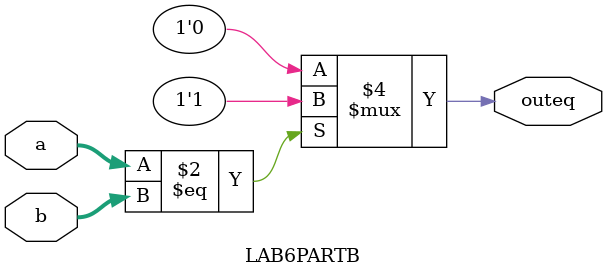
<source format=v>
/*
Name: Houston & Segal
Pate: 2-13-14
Lab 6 Part B
*/

module LAB6PARTB (a,b,outeq);
input [1:0] a,b;
output reg outeq;
always@(a,b)
	if(a==b)
		outeq <= 1;
	else
		outeq <= 0;
endmodule

</source>
